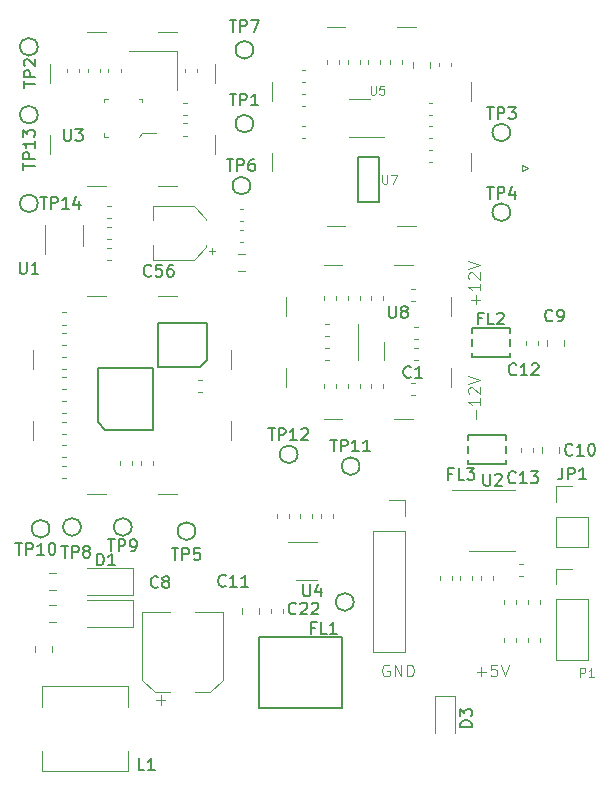
<source format=gto>
G04 #@! TF.GenerationSoftware,KiCad,Pcbnew,(5.1.4)-1*
G04 #@! TF.CreationDate,2019-11-05T17:29:02+01:00*
G04 #@! TF.ProjectId,rf-receiver,72662d72-6563-4656-9976-65722e6b6963,rev?*
G04 #@! TF.SameCoordinates,Original*
G04 #@! TF.FileFunction,Legend,Top*
G04 #@! TF.FilePolarity,Positive*
%FSLAX46Y46*%
G04 Gerber Fmt 4.6, Leading zero omitted, Abs format (unit mm)*
G04 Created by KiCad (PCBNEW (5.1.4)-1) date 2019-11-05 17:29:02*
%MOMM*%
%LPD*%
G04 APERTURE LIST*
%ADD10C,0.125000*%
%ADD11C,0.120000*%
%ADD12C,0.150000*%
%ADD13C,0.100000*%
G04 APERTURE END LIST*
D10*
X121164285Y-113421428D02*
X121926190Y-113421428D01*
X121545238Y-113802380D02*
X121545238Y-113040476D01*
X122878571Y-112802380D02*
X122402380Y-112802380D01*
X122354761Y-113278571D01*
X122402380Y-113230952D01*
X122497619Y-113183333D01*
X122735714Y-113183333D01*
X122830952Y-113230952D01*
X122878571Y-113278571D01*
X122926190Y-113373809D01*
X122926190Y-113611904D01*
X122878571Y-113707142D01*
X122830952Y-113754761D01*
X122735714Y-113802380D01*
X122497619Y-113802380D01*
X122402380Y-113754761D01*
X122354761Y-113707142D01*
X123211904Y-112802380D02*
X123545238Y-113802380D01*
X123878571Y-112802380D01*
X113738095Y-112850000D02*
X113642857Y-112802380D01*
X113500000Y-112802380D01*
X113357142Y-112850000D01*
X113261904Y-112945238D01*
X113214285Y-113040476D01*
X113166666Y-113230952D01*
X113166666Y-113373809D01*
X113214285Y-113564285D01*
X113261904Y-113659523D01*
X113357142Y-113754761D01*
X113500000Y-113802380D01*
X113595238Y-113802380D01*
X113738095Y-113754761D01*
X113785714Y-113707142D01*
X113785714Y-113373809D01*
X113595238Y-113373809D01*
X114214285Y-113802380D02*
X114214285Y-112802380D01*
X114785714Y-113802380D01*
X114785714Y-112802380D01*
X115261904Y-113802380D02*
X115261904Y-112802380D01*
X115500000Y-112802380D01*
X115642857Y-112850000D01*
X115738095Y-112945238D01*
X115785714Y-113040476D01*
X115833333Y-113230952D01*
X115833333Y-113373809D01*
X115785714Y-113564285D01*
X115738095Y-113659523D01*
X115642857Y-113754761D01*
X115500000Y-113802380D01*
X115261904Y-113802380D01*
X121071428Y-92011904D02*
X121071428Y-91250000D01*
X121452380Y-90250000D02*
X121452380Y-90821428D01*
X121452380Y-90535714D02*
X120452380Y-90535714D01*
X120595238Y-90630952D01*
X120690476Y-90726190D01*
X120738095Y-90821428D01*
X120547619Y-89869047D02*
X120500000Y-89821428D01*
X120452380Y-89726190D01*
X120452380Y-89488095D01*
X120500000Y-89392857D01*
X120547619Y-89345238D01*
X120642857Y-89297619D01*
X120738095Y-89297619D01*
X120880952Y-89345238D01*
X121452380Y-89916666D01*
X121452380Y-89297619D01*
X120452380Y-89011904D02*
X121452380Y-88678571D01*
X120452380Y-88345238D01*
X121071428Y-82311904D02*
X121071428Y-81550000D01*
X121452380Y-81930952D02*
X120690476Y-81930952D01*
X121452380Y-80550000D02*
X121452380Y-81121428D01*
X121452380Y-80835714D02*
X120452380Y-80835714D01*
X120595238Y-80930952D01*
X120690476Y-81026190D01*
X120738095Y-81121428D01*
X120547619Y-80169047D02*
X120500000Y-80121428D01*
X120452380Y-80026190D01*
X120452380Y-79788095D01*
X120500000Y-79692857D01*
X120547619Y-79645238D01*
X120642857Y-79597619D01*
X120738095Y-79597619D01*
X120880952Y-79645238D01*
X121452380Y-80216666D01*
X121452380Y-79597619D01*
X120452380Y-79311904D02*
X121452380Y-78978571D01*
X120452380Y-78645238D01*
D11*
X115587221Y-90010000D02*
X115912779Y-90010000D01*
X115587221Y-88990000D02*
X115912779Y-88990000D01*
X119300000Y-115450000D02*
X119300000Y-118600000D01*
X117600000Y-115450000D02*
X117600000Y-118600000D01*
X119300000Y-115450000D02*
X117600000Y-115450000D01*
D12*
X84000000Y-73750000D02*
G75*
G03X84000000Y-73750000I-750000J0D01*
G01*
X84000000Y-66250000D02*
G75*
G03X84000000Y-66250000I-750000J0D01*
G01*
X84000000Y-60500000D02*
G75*
G03X84000000Y-60500000I-750000J0D01*
G01*
X110750000Y-107500000D02*
G75*
G03X110750000Y-107500000I-750000J0D01*
G01*
X106000000Y-95000000D02*
G75*
G03X106000000Y-95000000I-750000J0D01*
G01*
X111250000Y-96000000D02*
G75*
G03X111250000Y-96000000I-750000J0D01*
G01*
X91950000Y-101150000D02*
G75*
G03X91950000Y-101150000I-750000J0D01*
G01*
X87650000Y-101150000D02*
G75*
G03X87650000Y-101150000I-750000J0D01*
G01*
X102250000Y-60750000D02*
G75*
G03X102250000Y-60750000I-750000J0D01*
G01*
X102000000Y-72250000D02*
G75*
G03X102000000Y-72250000I-750000J0D01*
G01*
X97350000Y-101500000D02*
G75*
G03X97350000Y-101500000I-750000J0D01*
G01*
X124000000Y-74500000D02*
G75*
G03X124000000Y-74500000I-750000J0D01*
G01*
X124000000Y-67750000D02*
G75*
G03X124000000Y-67750000I-750000J0D01*
G01*
X102250000Y-67000000D02*
G75*
G03X102250000Y-67000000I-750000J0D01*
G01*
X85000000Y-101300000D02*
G75*
G03X85000000Y-101300000I-750000J0D01*
G01*
D11*
X122500000Y-98040000D02*
X119050000Y-98040000D01*
X122500000Y-98040000D02*
X124450000Y-98040000D01*
X122500000Y-103160000D02*
X120550000Y-103160000D01*
X122500000Y-103160000D02*
X124450000Y-103160000D01*
X84991422Y-109160000D02*
X85508578Y-109160000D01*
X84991422Y-107740000D02*
X85508578Y-107740000D01*
X119110000Y-105612779D02*
X119110000Y-105287221D01*
X118090000Y-105612779D02*
X118090000Y-105287221D01*
X122510000Y-105612779D02*
X122510000Y-105287221D01*
X121490000Y-105612779D02*
X121490000Y-105287221D01*
X120810000Y-105612779D02*
X120810000Y-105287221D01*
X119790000Y-105612779D02*
X119790000Y-105287221D01*
X84991422Y-106460000D02*
X85508578Y-106460000D01*
X84991422Y-105040000D02*
X85508578Y-105040000D01*
X127920000Y-97670000D02*
X129250000Y-97670000D01*
X127920000Y-99000000D02*
X127920000Y-97670000D01*
X127920000Y-100270000D02*
X130580000Y-100270000D01*
X130580000Y-100270000D02*
X130580000Y-102870000D01*
X127920000Y-100270000D02*
X127920000Y-102870000D01*
X127920000Y-102870000D02*
X130580000Y-102870000D01*
X92085000Y-107315000D02*
X88200000Y-107315000D01*
X92085000Y-109585000D02*
X92085000Y-107315000D01*
X88200000Y-109585000D02*
X92085000Y-109585000D01*
X92085000Y-104615000D02*
X88200000Y-104615000D01*
X92085000Y-106885000D02*
X92085000Y-104615000D01*
X88200000Y-106885000D02*
X92085000Y-106885000D01*
X125112779Y-104290000D02*
X124787221Y-104290000D01*
X125112779Y-105310000D02*
X124787221Y-105310000D01*
X91675000Y-114650000D02*
X88000000Y-114650000D01*
X91675000Y-116400000D02*
X91675000Y-114650000D01*
X84325000Y-114650000D02*
X88000000Y-114650000D01*
X84325000Y-116400000D02*
X84325000Y-114650000D01*
X84325000Y-121850000D02*
X88000000Y-121850000D01*
X84325000Y-120100000D02*
X84325000Y-121850000D01*
X91675000Y-121850000D02*
X88000000Y-121850000D01*
X91675000Y-120100000D02*
X91675000Y-121850000D01*
X85210000Y-111758578D02*
X85210000Y-111241422D01*
X83790000Y-111758578D02*
X83790000Y-111241422D01*
D12*
X123650000Y-94900000D02*
X123650000Y-94300000D01*
X123650000Y-93350000D02*
X123650000Y-93750000D01*
X120450000Y-93350000D02*
X123650000Y-93350000D01*
X120450000Y-93750000D02*
X120450000Y-93350000D01*
X120450000Y-94900000D02*
X120450000Y-94300000D01*
X120450000Y-95850000D02*
X120450000Y-95450000D01*
X123650000Y-95850000D02*
X123650000Y-95450000D01*
X120450000Y-95850000D02*
X123650000Y-95850000D01*
X123950000Y-85850000D02*
X123950000Y-85250000D01*
X123950000Y-84300000D02*
X123950000Y-84700000D01*
X120750000Y-84300000D02*
X123950000Y-84300000D01*
X120750000Y-84700000D02*
X120750000Y-84300000D01*
X120750000Y-85850000D02*
X120750000Y-85250000D01*
X120750000Y-86800000D02*
X120750000Y-86400000D01*
X123950000Y-86800000D02*
X123950000Y-86400000D01*
X120750000Y-86800000D02*
X123950000Y-86800000D01*
D11*
X100991422Y-79460000D02*
X101508578Y-79460000D01*
X100991422Y-78040000D02*
X101508578Y-78040000D01*
X104760000Y-108412779D02*
X104760000Y-108087221D01*
X103740000Y-108412779D02*
X103740000Y-108087221D01*
X125910000Y-94762779D02*
X125910000Y-94437221D01*
X124890000Y-94762779D02*
X124890000Y-94437221D01*
X126360000Y-85712779D02*
X126360000Y-85387221D01*
X125340000Y-85712779D02*
X125340000Y-85387221D01*
X102710000Y-108508578D02*
X102710000Y-107991422D01*
X101290000Y-108508578D02*
X101290000Y-107991422D01*
X128110000Y-94858578D02*
X128110000Y-94341422D01*
X126690000Y-94858578D02*
X126690000Y-94341422D01*
X128560000Y-85808578D02*
X128560000Y-85291422D01*
X127140000Y-85808578D02*
X127140000Y-85291422D01*
X94008750Y-115793750D02*
X94796250Y-115793750D01*
X94402500Y-116187500D02*
X94402500Y-115400000D01*
X98595563Y-115160000D02*
X99660000Y-114095563D01*
X93904437Y-115160000D02*
X92840000Y-114095563D01*
X93904437Y-115160000D02*
X95190000Y-115160000D01*
X98595563Y-115160000D02*
X97310000Y-115160000D01*
X99660000Y-114095563D02*
X99660000Y-108340000D01*
X92840000Y-114095563D02*
X92840000Y-108340000D01*
X92840000Y-108340000D02*
X95190000Y-108340000D01*
X99660000Y-108340000D02*
X97310000Y-108340000D01*
D12*
X93800000Y-87700000D02*
X89100000Y-87700000D01*
X89100000Y-92300000D02*
X89690000Y-92900000D01*
X89100000Y-92300000D02*
X89100000Y-87700000D01*
X93800000Y-92900000D02*
X89690000Y-92900000D01*
X93800000Y-87700000D02*
X93800000Y-92900000D01*
X94150000Y-87600000D02*
X94750000Y-87600000D01*
X94150000Y-83900000D02*
X94150000Y-87600000D01*
X94750000Y-83900000D02*
X94150000Y-83900000D01*
X98350000Y-83900000D02*
X97750000Y-83900000D01*
X98350000Y-84500000D02*
X98350000Y-83900000D01*
X97750000Y-87600000D02*
X98350000Y-87000000D01*
X97750000Y-87600000D02*
X94750000Y-87600000D01*
X98350000Y-84500000D02*
X98350000Y-87000000D01*
X94750000Y-83900000D02*
X97750000Y-83900000D01*
X109750000Y-116500000D02*
X109750000Y-110500000D01*
X102750000Y-110500000D02*
X102750000Y-116500000D01*
X109750000Y-110500000D02*
X102750000Y-110500000D01*
X109750000Y-116500000D02*
X102750000Y-116500000D01*
D11*
X98750000Y-78060000D02*
X98750000Y-77560000D01*
X99000000Y-77810000D02*
X98500000Y-77810000D01*
X98260000Y-75054437D02*
X97195563Y-73990000D01*
X98260000Y-77445563D02*
X97195563Y-78510000D01*
X98260000Y-77445563D02*
X98260000Y-77310000D01*
X98260000Y-75054437D02*
X98260000Y-75190000D01*
X97195563Y-73990000D02*
X93740000Y-73990000D01*
X97195563Y-78510000D02*
X93740000Y-78510000D01*
X93740000Y-78510000D02*
X93740000Y-77310000D01*
X93740000Y-73990000D02*
X93740000Y-75190000D01*
X108337221Y-85010000D02*
X108662779Y-85010000D01*
X108337221Y-83990000D02*
X108662779Y-83990000D01*
X89837221Y-78510000D02*
X90162779Y-78510000D01*
X89837221Y-77490000D02*
X90162779Y-77490000D01*
X89837221Y-75010000D02*
X90162779Y-75010000D01*
X89837221Y-73990000D02*
X90162779Y-73990000D01*
X104240000Y-100087221D02*
X104240000Y-100412779D01*
X105260000Y-100087221D02*
X105260000Y-100412779D01*
X108490000Y-61587221D02*
X108490000Y-61912779D01*
X109510000Y-61587221D02*
X109510000Y-61912779D01*
X106337221Y-65510000D02*
X106662779Y-65510000D01*
X106337221Y-64490000D02*
X106662779Y-64490000D01*
X107260000Y-100087221D02*
X107260000Y-100412779D01*
X106240000Y-100087221D02*
X106240000Y-100412779D01*
X116162779Y-84240000D02*
X115837221Y-84240000D01*
X116162779Y-85260000D02*
X115837221Y-85260000D01*
X89800000Y-72250000D02*
X88200000Y-72250000D01*
X89800000Y-59250000D02*
X88200000Y-59250000D01*
X95800000Y-72250000D02*
X94200000Y-72250000D01*
X95800000Y-59250000D02*
X94200000Y-59250000D01*
X85020000Y-67950000D02*
X85020000Y-69550000D01*
X98980000Y-67950000D02*
X98980000Y-69550000D01*
X85020000Y-61950000D02*
X85020000Y-63550000D01*
X98980000Y-61950000D02*
X98980000Y-63550000D01*
X109800000Y-92000000D02*
X108200000Y-92000000D01*
X109800000Y-79000000D02*
X108200000Y-79000000D01*
X115800000Y-92000000D02*
X114200000Y-92000000D01*
X115800000Y-79000000D02*
X114200000Y-79000000D01*
X105020000Y-87700000D02*
X105020000Y-89300000D01*
X118980000Y-87700000D02*
X118980000Y-89300000D01*
X105020000Y-81700000D02*
X105020000Y-83300000D01*
X118980000Y-81700000D02*
X118980000Y-83300000D01*
X83600000Y-87800000D02*
X83600000Y-86200000D01*
X100400000Y-87800000D02*
X100400000Y-86200000D01*
X83600000Y-93800000D02*
X83600000Y-92200000D01*
X100400000Y-93800000D02*
X100400000Y-92200000D01*
X89800000Y-81600000D02*
X88200000Y-81600000D01*
X89800000Y-98400000D02*
X88200000Y-98400000D01*
X95800000Y-81600000D02*
X94200000Y-81600000D01*
X95800000Y-98400000D02*
X94200000Y-98400000D01*
X120650000Y-69450000D02*
X120650000Y-71050000D01*
X103850000Y-69450000D02*
X103850000Y-71050000D01*
X120650000Y-63450000D02*
X120650000Y-65050000D01*
X103850000Y-63450000D02*
X103850000Y-65050000D01*
X114450000Y-75650000D02*
X116050000Y-75650000D01*
X114450000Y-58850000D02*
X116050000Y-58850000D01*
X108450000Y-75650000D02*
X110050000Y-75650000D01*
X108450000Y-58850000D02*
X110050000Y-58850000D01*
X111140000Y-84000000D02*
X111140000Y-87000000D01*
X113360000Y-85500000D02*
X113360000Y-87000000D01*
X113750000Y-98880000D02*
X115080000Y-98880000D01*
X115080000Y-98880000D02*
X115080000Y-100210000D01*
X115080000Y-101480000D02*
X115080000Y-111700000D01*
X112420000Y-111700000D02*
X115080000Y-111700000D01*
X112420000Y-101480000D02*
X112420000Y-111700000D01*
X112420000Y-101480000D02*
X115080000Y-101480000D01*
X95750000Y-60850000D02*
X91750000Y-60850000D01*
X95750000Y-64150000D02*
X95750000Y-60850000D01*
X84640000Y-75600000D02*
X84640000Y-78050000D01*
X87860000Y-77400000D02*
X87860000Y-75600000D01*
X88240000Y-62337221D02*
X88240000Y-62662779D01*
X89260000Y-62337221D02*
X89260000Y-62662779D01*
X86490000Y-62337221D02*
X86490000Y-62662779D01*
X87510000Y-62337221D02*
X87510000Y-62662779D01*
X107990000Y-100087221D02*
X107990000Y-100412779D01*
X109010000Y-100087221D02*
X109010000Y-100412779D01*
X89837221Y-76760000D02*
X90162779Y-76760000D01*
X89837221Y-75740000D02*
X90162779Y-75740000D01*
X96662779Y-65240000D02*
X96337221Y-65240000D01*
X96662779Y-66260000D02*
X96337221Y-66260000D01*
X96337221Y-68010000D02*
X96662779Y-68010000D01*
X96337221Y-66990000D02*
X96662779Y-66990000D01*
X97510000Y-62662779D02*
X97510000Y-62337221D01*
X96490000Y-62662779D02*
X96490000Y-62337221D01*
X89990000Y-62337221D02*
X89990000Y-62662779D01*
X91010000Y-62337221D02*
X91010000Y-62662779D01*
D13*
X92850000Y-67800000D02*
X94050000Y-67800000D01*
X92550000Y-68100000D02*
X92850000Y-67800000D01*
X92850000Y-64900000D02*
X92850000Y-65200000D01*
X92550000Y-64900000D02*
X92850000Y-64900000D01*
X89650000Y-64900000D02*
X89950000Y-64900000D01*
X89650000Y-65200000D02*
X89650000Y-64900000D01*
X89650000Y-68100000D02*
X89650000Y-67800000D01*
X89950000Y-68100000D02*
X89650000Y-68100000D01*
D11*
X115587221Y-82010000D02*
X115912779Y-82010000D01*
X115587221Y-80990000D02*
X115912779Y-80990000D01*
X108337221Y-87010000D02*
X108662779Y-87010000D01*
X108337221Y-85990000D02*
X108662779Y-85990000D01*
X115790000Y-61741422D02*
X115790000Y-62258578D01*
X117210000Y-61741422D02*
X117210000Y-62258578D01*
X110240000Y-89412779D02*
X110240000Y-89087221D01*
X111260000Y-89412779D02*
X111260000Y-89087221D01*
X113260000Y-89412779D02*
X113260000Y-89087221D01*
X112240000Y-89412779D02*
X112240000Y-89087221D01*
X93760000Y-95587221D02*
X93760000Y-95912779D01*
X92740000Y-95587221D02*
X92740000Y-95912779D01*
X106662779Y-67240000D02*
X106337221Y-67240000D01*
X106662779Y-68260000D02*
X106337221Y-68260000D01*
X97587221Y-88740000D02*
X97912779Y-88740000D01*
X97587221Y-89760000D02*
X97912779Y-89760000D01*
X117412779Y-69240000D02*
X117087221Y-69240000D01*
X117412779Y-70260000D02*
X117087221Y-70260000D01*
X106337221Y-62490000D02*
X106662779Y-62490000D01*
X106337221Y-63510000D02*
X106662779Y-63510000D01*
X117990000Y-62162779D02*
X117990000Y-61837221D01*
X119010000Y-62162779D02*
X119010000Y-61837221D01*
X92010000Y-95587221D02*
X92010000Y-95912779D01*
X90990000Y-95587221D02*
X90990000Y-95912779D01*
X86412779Y-92240000D02*
X86087221Y-92240000D01*
X86412779Y-93260000D02*
X86087221Y-93260000D01*
X86412779Y-95260000D02*
X86087221Y-95260000D01*
X86412779Y-94240000D02*
X86087221Y-94240000D01*
X86412779Y-97010000D02*
X86087221Y-97010000D01*
X86412779Y-95990000D02*
X86087221Y-95990000D01*
X110240000Y-61587221D02*
X110240000Y-61912779D01*
X111260000Y-61587221D02*
X111260000Y-61912779D01*
X86412779Y-88490000D02*
X86087221Y-88490000D01*
X86412779Y-89510000D02*
X86087221Y-89510000D01*
X86397779Y-87760000D02*
X86072221Y-87760000D01*
X86397779Y-86740000D02*
X86072221Y-86740000D01*
X86412779Y-84740000D02*
X86087221Y-84740000D01*
X86412779Y-85760000D02*
X86087221Y-85760000D01*
X86412779Y-84010000D02*
X86087221Y-84010000D01*
X86412779Y-82990000D02*
X86087221Y-82990000D01*
X116162779Y-85990000D02*
X115837221Y-85990000D01*
X116162779Y-87010000D02*
X115837221Y-87010000D01*
X111260000Y-81587221D02*
X111260000Y-81912779D01*
X110240000Y-81587221D02*
X110240000Y-81912779D01*
X86412779Y-90490000D02*
X86087221Y-90490000D01*
X86412779Y-91510000D02*
X86087221Y-91510000D01*
X123490000Y-110912779D02*
X123490000Y-110587221D01*
X124510000Y-110912779D02*
X124510000Y-110587221D01*
X123490000Y-107337221D02*
X123490000Y-107662779D01*
X124510000Y-107337221D02*
X124510000Y-107662779D01*
X108240000Y-81587221D02*
X108240000Y-81912779D01*
X109260000Y-81587221D02*
X109260000Y-81912779D01*
X101087221Y-75260000D02*
X101412779Y-75260000D01*
X101087221Y-74240000D02*
X101412779Y-74240000D01*
X101087221Y-75990000D02*
X101412779Y-75990000D01*
X101087221Y-77010000D02*
X101412779Y-77010000D01*
X109260000Y-89412779D02*
X109260000Y-89087221D01*
X108240000Y-89412779D02*
X108240000Y-89087221D01*
X112240000Y-81587221D02*
X112240000Y-81912779D01*
X113260000Y-81587221D02*
X113260000Y-81912779D01*
X114810000Y-61912779D02*
X114810000Y-61587221D01*
X113790000Y-61912779D02*
X113790000Y-61587221D01*
X111990000Y-61587221D02*
X111990000Y-61912779D01*
X113010000Y-61587221D02*
X113010000Y-61912779D01*
X117087221Y-65240000D02*
X117412779Y-65240000D01*
X117087221Y-66260000D02*
X117412779Y-66260000D01*
X126510000Y-107337221D02*
X126510000Y-107662779D01*
X125490000Y-107337221D02*
X125490000Y-107662779D01*
X125490000Y-110587221D02*
X125490000Y-110912779D01*
X126510000Y-110587221D02*
X126510000Y-110912779D01*
X117087221Y-67240000D02*
X117412779Y-67240000D01*
X117087221Y-68260000D02*
X117412779Y-68260000D01*
X125040000Y-71000000D02*
X125540000Y-70750000D01*
X125040000Y-70500000D02*
X125040000Y-71000000D01*
X125540000Y-70750000D02*
X125040000Y-70500000D01*
X105850000Y-105610000D02*
X107650000Y-105610000D01*
X107650000Y-102390000D02*
X105200000Y-102390000D01*
X112150000Y-64890000D02*
X110350000Y-64890000D01*
X110350000Y-68110000D02*
X113300000Y-68110000D01*
X127920000Y-112410000D02*
X130580000Y-112410000D01*
X127920000Y-107270000D02*
X127920000Y-112410000D01*
X130580000Y-107270000D02*
X130580000Y-112410000D01*
X127920000Y-107270000D02*
X130580000Y-107270000D01*
X127920000Y-106000000D02*
X127920000Y-104670000D01*
X127920000Y-104670000D02*
X129250000Y-104670000D01*
D12*
X112900000Y-69850000D02*
X111100000Y-69850000D01*
X112900000Y-73650000D02*
X112900000Y-69850000D01*
X111100000Y-73650000D02*
X112900000Y-73650000D01*
X111100000Y-69850000D02*
X111100000Y-73650000D01*
X115583333Y-88427142D02*
X115535714Y-88474761D01*
X115392857Y-88522380D01*
X115297619Y-88522380D01*
X115154761Y-88474761D01*
X115059523Y-88379523D01*
X115011904Y-88284285D01*
X114964285Y-88093809D01*
X114964285Y-87950952D01*
X115011904Y-87760476D01*
X115059523Y-87665238D01*
X115154761Y-87570000D01*
X115297619Y-87522380D01*
X115392857Y-87522380D01*
X115535714Y-87570000D01*
X115583333Y-87617619D01*
X116535714Y-88522380D02*
X115964285Y-88522380D01*
X116250000Y-88522380D02*
X116250000Y-87522380D01*
X116154761Y-87665238D01*
X116059523Y-87760476D01*
X115964285Y-87808095D01*
X120752380Y-118088095D02*
X119752380Y-118088095D01*
X119752380Y-117850000D01*
X119800000Y-117707142D01*
X119895238Y-117611904D01*
X119990476Y-117564285D01*
X120180952Y-117516666D01*
X120323809Y-117516666D01*
X120514285Y-117564285D01*
X120609523Y-117611904D01*
X120704761Y-117707142D01*
X120752380Y-117850000D01*
X120752380Y-118088095D01*
X119752380Y-117183333D02*
X119752380Y-116564285D01*
X120133333Y-116897619D01*
X120133333Y-116754761D01*
X120180952Y-116659523D01*
X120228571Y-116611904D01*
X120323809Y-116564285D01*
X120561904Y-116564285D01*
X120657142Y-116611904D01*
X120704761Y-116659523D01*
X120752380Y-116754761D01*
X120752380Y-117040476D01*
X120704761Y-117135714D01*
X120657142Y-117183333D01*
X84211904Y-73202380D02*
X84783333Y-73202380D01*
X84497619Y-74202380D02*
X84497619Y-73202380D01*
X85116666Y-74202380D02*
X85116666Y-73202380D01*
X85497619Y-73202380D01*
X85592857Y-73250000D01*
X85640476Y-73297619D01*
X85688095Y-73392857D01*
X85688095Y-73535714D01*
X85640476Y-73630952D01*
X85592857Y-73678571D01*
X85497619Y-73726190D01*
X85116666Y-73726190D01*
X86640476Y-74202380D02*
X86069047Y-74202380D01*
X86354761Y-74202380D02*
X86354761Y-73202380D01*
X86259523Y-73345238D01*
X86164285Y-73440476D01*
X86069047Y-73488095D01*
X87497619Y-73535714D02*
X87497619Y-74202380D01*
X87259523Y-73154761D02*
X87021428Y-73869047D01*
X87640476Y-73869047D01*
X82752380Y-70888095D02*
X82752380Y-70316666D01*
X83752380Y-70602380D02*
X82752380Y-70602380D01*
X83752380Y-69983333D02*
X82752380Y-69983333D01*
X82752380Y-69602380D01*
X82800000Y-69507142D01*
X82847619Y-69459523D01*
X82942857Y-69411904D01*
X83085714Y-69411904D01*
X83180952Y-69459523D01*
X83228571Y-69507142D01*
X83276190Y-69602380D01*
X83276190Y-69983333D01*
X83752380Y-68459523D02*
X83752380Y-69030952D01*
X83752380Y-68745238D02*
X82752380Y-68745238D01*
X82895238Y-68840476D01*
X82990476Y-68935714D01*
X83038095Y-69030952D01*
X82752380Y-68126190D02*
X82752380Y-67507142D01*
X83133333Y-67840476D01*
X83133333Y-67697619D01*
X83180952Y-67602380D01*
X83228571Y-67554761D01*
X83323809Y-67507142D01*
X83561904Y-67507142D01*
X83657142Y-67554761D01*
X83704761Y-67602380D01*
X83752380Y-67697619D01*
X83752380Y-67983333D01*
X83704761Y-68078571D01*
X83657142Y-68126190D01*
X82802380Y-63961904D02*
X82802380Y-63390476D01*
X83802380Y-63676190D02*
X82802380Y-63676190D01*
X83802380Y-63057142D02*
X82802380Y-63057142D01*
X82802380Y-62676190D01*
X82850000Y-62580952D01*
X82897619Y-62533333D01*
X82992857Y-62485714D01*
X83135714Y-62485714D01*
X83230952Y-62533333D01*
X83278571Y-62580952D01*
X83326190Y-62676190D01*
X83326190Y-63057142D01*
X82897619Y-62104761D02*
X82850000Y-62057142D01*
X82802380Y-61961904D01*
X82802380Y-61723809D01*
X82850000Y-61628571D01*
X82897619Y-61580952D01*
X82992857Y-61533333D01*
X83088095Y-61533333D01*
X83230952Y-61580952D01*
X83802380Y-62152380D01*
X83802380Y-61533333D01*
X103511904Y-92802380D02*
X104083333Y-92802380D01*
X103797619Y-93802380D02*
X103797619Y-92802380D01*
X104416666Y-93802380D02*
X104416666Y-92802380D01*
X104797619Y-92802380D01*
X104892857Y-92850000D01*
X104940476Y-92897619D01*
X104988095Y-92992857D01*
X104988095Y-93135714D01*
X104940476Y-93230952D01*
X104892857Y-93278571D01*
X104797619Y-93326190D01*
X104416666Y-93326190D01*
X105940476Y-93802380D02*
X105369047Y-93802380D01*
X105654761Y-93802380D02*
X105654761Y-92802380D01*
X105559523Y-92945238D01*
X105464285Y-93040476D01*
X105369047Y-93088095D01*
X106321428Y-92897619D02*
X106369047Y-92850000D01*
X106464285Y-92802380D01*
X106702380Y-92802380D01*
X106797619Y-92850000D01*
X106845238Y-92897619D01*
X106892857Y-92992857D01*
X106892857Y-93088095D01*
X106845238Y-93230952D01*
X106273809Y-93802380D01*
X106892857Y-93802380D01*
X108761904Y-93752380D02*
X109333333Y-93752380D01*
X109047619Y-94752380D02*
X109047619Y-93752380D01*
X109666666Y-94752380D02*
X109666666Y-93752380D01*
X110047619Y-93752380D01*
X110142857Y-93800000D01*
X110190476Y-93847619D01*
X110238095Y-93942857D01*
X110238095Y-94085714D01*
X110190476Y-94180952D01*
X110142857Y-94228571D01*
X110047619Y-94276190D01*
X109666666Y-94276190D01*
X111190476Y-94752380D02*
X110619047Y-94752380D01*
X110904761Y-94752380D02*
X110904761Y-93752380D01*
X110809523Y-93895238D01*
X110714285Y-93990476D01*
X110619047Y-94038095D01*
X112142857Y-94752380D02*
X111571428Y-94752380D01*
X111857142Y-94752380D02*
X111857142Y-93752380D01*
X111761904Y-93895238D01*
X111666666Y-93990476D01*
X111571428Y-94038095D01*
X89938095Y-102202380D02*
X90509523Y-102202380D01*
X90223809Y-103202380D02*
X90223809Y-102202380D01*
X90842857Y-103202380D02*
X90842857Y-102202380D01*
X91223809Y-102202380D01*
X91319047Y-102250000D01*
X91366666Y-102297619D01*
X91414285Y-102392857D01*
X91414285Y-102535714D01*
X91366666Y-102630952D01*
X91319047Y-102678571D01*
X91223809Y-102726190D01*
X90842857Y-102726190D01*
X91890476Y-103202380D02*
X92080952Y-103202380D01*
X92176190Y-103154761D01*
X92223809Y-103107142D01*
X92319047Y-102964285D01*
X92366666Y-102773809D01*
X92366666Y-102392857D01*
X92319047Y-102297619D01*
X92271428Y-102250000D01*
X92176190Y-102202380D01*
X91985714Y-102202380D01*
X91890476Y-102250000D01*
X91842857Y-102297619D01*
X91795238Y-102392857D01*
X91795238Y-102630952D01*
X91842857Y-102726190D01*
X91890476Y-102773809D01*
X91985714Y-102821428D01*
X92176190Y-102821428D01*
X92271428Y-102773809D01*
X92319047Y-102726190D01*
X92366666Y-102630952D01*
X85988095Y-102752380D02*
X86559523Y-102752380D01*
X86273809Y-103752380D02*
X86273809Y-102752380D01*
X86892857Y-103752380D02*
X86892857Y-102752380D01*
X87273809Y-102752380D01*
X87369047Y-102800000D01*
X87416666Y-102847619D01*
X87464285Y-102942857D01*
X87464285Y-103085714D01*
X87416666Y-103180952D01*
X87369047Y-103228571D01*
X87273809Y-103276190D01*
X86892857Y-103276190D01*
X88035714Y-103180952D02*
X87940476Y-103133333D01*
X87892857Y-103085714D01*
X87845238Y-102990476D01*
X87845238Y-102942857D01*
X87892857Y-102847619D01*
X87940476Y-102800000D01*
X88035714Y-102752380D01*
X88226190Y-102752380D01*
X88321428Y-102800000D01*
X88369047Y-102847619D01*
X88416666Y-102942857D01*
X88416666Y-102990476D01*
X88369047Y-103085714D01*
X88321428Y-103133333D01*
X88226190Y-103180952D01*
X88035714Y-103180952D01*
X87940476Y-103228571D01*
X87892857Y-103276190D01*
X87845238Y-103371428D01*
X87845238Y-103561904D01*
X87892857Y-103657142D01*
X87940476Y-103704761D01*
X88035714Y-103752380D01*
X88226190Y-103752380D01*
X88321428Y-103704761D01*
X88369047Y-103657142D01*
X88416666Y-103561904D01*
X88416666Y-103371428D01*
X88369047Y-103276190D01*
X88321428Y-103228571D01*
X88226190Y-103180952D01*
X100238095Y-58202380D02*
X100809523Y-58202380D01*
X100523809Y-59202380D02*
X100523809Y-58202380D01*
X101142857Y-59202380D02*
X101142857Y-58202380D01*
X101523809Y-58202380D01*
X101619047Y-58250000D01*
X101666666Y-58297619D01*
X101714285Y-58392857D01*
X101714285Y-58535714D01*
X101666666Y-58630952D01*
X101619047Y-58678571D01*
X101523809Y-58726190D01*
X101142857Y-58726190D01*
X102047619Y-58202380D02*
X102714285Y-58202380D01*
X102285714Y-59202380D01*
X99988095Y-70002380D02*
X100559523Y-70002380D01*
X100273809Y-71002380D02*
X100273809Y-70002380D01*
X100892857Y-71002380D02*
X100892857Y-70002380D01*
X101273809Y-70002380D01*
X101369047Y-70050000D01*
X101416666Y-70097619D01*
X101464285Y-70192857D01*
X101464285Y-70335714D01*
X101416666Y-70430952D01*
X101369047Y-70478571D01*
X101273809Y-70526190D01*
X100892857Y-70526190D01*
X102321428Y-70002380D02*
X102130952Y-70002380D01*
X102035714Y-70050000D01*
X101988095Y-70097619D01*
X101892857Y-70240476D01*
X101845238Y-70430952D01*
X101845238Y-70811904D01*
X101892857Y-70907142D01*
X101940476Y-70954761D01*
X102035714Y-71002380D01*
X102226190Y-71002380D01*
X102321428Y-70954761D01*
X102369047Y-70907142D01*
X102416666Y-70811904D01*
X102416666Y-70573809D01*
X102369047Y-70478571D01*
X102321428Y-70430952D01*
X102226190Y-70383333D01*
X102035714Y-70383333D01*
X101940476Y-70430952D01*
X101892857Y-70478571D01*
X101845238Y-70573809D01*
X95338095Y-102952380D02*
X95909523Y-102952380D01*
X95623809Y-103952380D02*
X95623809Y-102952380D01*
X96242857Y-103952380D02*
X96242857Y-102952380D01*
X96623809Y-102952380D01*
X96719047Y-103000000D01*
X96766666Y-103047619D01*
X96814285Y-103142857D01*
X96814285Y-103285714D01*
X96766666Y-103380952D01*
X96719047Y-103428571D01*
X96623809Y-103476190D01*
X96242857Y-103476190D01*
X97719047Y-102952380D02*
X97242857Y-102952380D01*
X97195238Y-103428571D01*
X97242857Y-103380952D01*
X97338095Y-103333333D01*
X97576190Y-103333333D01*
X97671428Y-103380952D01*
X97719047Y-103428571D01*
X97766666Y-103523809D01*
X97766666Y-103761904D01*
X97719047Y-103857142D01*
X97671428Y-103904761D01*
X97576190Y-103952380D01*
X97338095Y-103952380D01*
X97242857Y-103904761D01*
X97195238Y-103857142D01*
X122038095Y-72352380D02*
X122609523Y-72352380D01*
X122323809Y-73352380D02*
X122323809Y-72352380D01*
X122942857Y-73352380D02*
X122942857Y-72352380D01*
X123323809Y-72352380D01*
X123419047Y-72400000D01*
X123466666Y-72447619D01*
X123514285Y-72542857D01*
X123514285Y-72685714D01*
X123466666Y-72780952D01*
X123419047Y-72828571D01*
X123323809Y-72876190D01*
X122942857Y-72876190D01*
X124371428Y-72685714D02*
X124371428Y-73352380D01*
X124133333Y-72304761D02*
X123895238Y-73019047D01*
X124514285Y-73019047D01*
X122038095Y-65602380D02*
X122609523Y-65602380D01*
X122323809Y-66602380D02*
X122323809Y-65602380D01*
X122942857Y-66602380D02*
X122942857Y-65602380D01*
X123323809Y-65602380D01*
X123419047Y-65650000D01*
X123466666Y-65697619D01*
X123514285Y-65792857D01*
X123514285Y-65935714D01*
X123466666Y-66030952D01*
X123419047Y-66078571D01*
X123323809Y-66126190D01*
X122942857Y-66126190D01*
X123847619Y-65602380D02*
X124466666Y-65602380D01*
X124133333Y-65983333D01*
X124276190Y-65983333D01*
X124371428Y-66030952D01*
X124419047Y-66078571D01*
X124466666Y-66173809D01*
X124466666Y-66411904D01*
X124419047Y-66507142D01*
X124371428Y-66554761D01*
X124276190Y-66602380D01*
X123990476Y-66602380D01*
X123895238Y-66554761D01*
X123847619Y-66507142D01*
X100238095Y-64452380D02*
X100809523Y-64452380D01*
X100523809Y-65452380D02*
X100523809Y-64452380D01*
X101142857Y-65452380D02*
X101142857Y-64452380D01*
X101523809Y-64452380D01*
X101619047Y-64500000D01*
X101666666Y-64547619D01*
X101714285Y-64642857D01*
X101714285Y-64785714D01*
X101666666Y-64880952D01*
X101619047Y-64928571D01*
X101523809Y-64976190D01*
X101142857Y-64976190D01*
X102666666Y-65452380D02*
X102095238Y-65452380D01*
X102380952Y-65452380D02*
X102380952Y-64452380D01*
X102285714Y-64595238D01*
X102190476Y-64690476D01*
X102095238Y-64738095D01*
X82111904Y-102502380D02*
X82683333Y-102502380D01*
X82397619Y-103502380D02*
X82397619Y-102502380D01*
X83016666Y-103502380D02*
X83016666Y-102502380D01*
X83397619Y-102502380D01*
X83492857Y-102550000D01*
X83540476Y-102597619D01*
X83588095Y-102692857D01*
X83588095Y-102835714D01*
X83540476Y-102930952D01*
X83492857Y-102978571D01*
X83397619Y-103026190D01*
X83016666Y-103026190D01*
X84540476Y-103502380D02*
X83969047Y-103502380D01*
X84254761Y-103502380D02*
X84254761Y-102502380D01*
X84159523Y-102645238D01*
X84064285Y-102740476D01*
X83969047Y-102788095D01*
X85159523Y-102502380D02*
X85254761Y-102502380D01*
X85350000Y-102550000D01*
X85397619Y-102597619D01*
X85445238Y-102692857D01*
X85492857Y-102883333D01*
X85492857Y-103121428D01*
X85445238Y-103311904D01*
X85397619Y-103407142D01*
X85350000Y-103454761D01*
X85254761Y-103502380D01*
X85159523Y-103502380D01*
X85064285Y-103454761D01*
X85016666Y-103407142D01*
X84969047Y-103311904D01*
X84921428Y-103121428D01*
X84921428Y-102883333D01*
X84969047Y-102692857D01*
X85016666Y-102597619D01*
X85064285Y-102550000D01*
X85159523Y-102502380D01*
X121738095Y-96652380D02*
X121738095Y-97461904D01*
X121785714Y-97557142D01*
X121833333Y-97604761D01*
X121928571Y-97652380D01*
X122119047Y-97652380D01*
X122214285Y-97604761D01*
X122261904Y-97557142D01*
X122309523Y-97461904D01*
X122309523Y-96652380D01*
X122738095Y-96747619D02*
X122785714Y-96700000D01*
X122880952Y-96652380D01*
X123119047Y-96652380D01*
X123214285Y-96700000D01*
X123261904Y-96747619D01*
X123309523Y-96842857D01*
X123309523Y-96938095D01*
X123261904Y-97080952D01*
X122690476Y-97652380D01*
X123309523Y-97652380D01*
X128416666Y-96122380D02*
X128416666Y-96836666D01*
X128369047Y-96979523D01*
X128273809Y-97074761D01*
X128130952Y-97122380D01*
X128035714Y-97122380D01*
X128892857Y-97122380D02*
X128892857Y-96122380D01*
X129273809Y-96122380D01*
X129369047Y-96170000D01*
X129416666Y-96217619D01*
X129464285Y-96312857D01*
X129464285Y-96455714D01*
X129416666Y-96550952D01*
X129369047Y-96598571D01*
X129273809Y-96646190D01*
X128892857Y-96646190D01*
X130416666Y-97122380D02*
X129845238Y-97122380D01*
X130130952Y-97122380D02*
X130130952Y-96122380D01*
X130035714Y-96265238D01*
X129940476Y-96360476D01*
X129845238Y-96408095D01*
X89011904Y-104402380D02*
X89011904Y-103402380D01*
X89250000Y-103402380D01*
X89392857Y-103450000D01*
X89488095Y-103545238D01*
X89535714Y-103640476D01*
X89583333Y-103830952D01*
X89583333Y-103973809D01*
X89535714Y-104164285D01*
X89488095Y-104259523D01*
X89392857Y-104354761D01*
X89250000Y-104402380D01*
X89011904Y-104402380D01*
X90535714Y-104402380D02*
X89964285Y-104402380D01*
X90250000Y-104402380D02*
X90250000Y-103402380D01*
X90154761Y-103545238D01*
X90059523Y-103640476D01*
X89964285Y-103688095D01*
X93033333Y-121752380D02*
X92557142Y-121752380D01*
X92557142Y-120752380D01*
X93890476Y-121752380D02*
X93319047Y-121752380D01*
X93604761Y-121752380D02*
X93604761Y-120752380D01*
X93509523Y-120895238D01*
X93414285Y-120990476D01*
X93319047Y-121038095D01*
X119111904Y-96628571D02*
X118778571Y-96628571D01*
X118778571Y-97152380D02*
X118778571Y-96152380D01*
X119254761Y-96152380D01*
X120111904Y-97152380D02*
X119635714Y-97152380D01*
X119635714Y-96152380D01*
X120350000Y-96152380D02*
X120969047Y-96152380D01*
X120635714Y-96533333D01*
X120778571Y-96533333D01*
X120873809Y-96580952D01*
X120921428Y-96628571D01*
X120969047Y-96723809D01*
X120969047Y-96961904D01*
X120921428Y-97057142D01*
X120873809Y-97104761D01*
X120778571Y-97152380D01*
X120492857Y-97152380D01*
X120397619Y-97104761D01*
X120350000Y-97057142D01*
X121611904Y-83478571D02*
X121278571Y-83478571D01*
X121278571Y-84002380D02*
X121278571Y-83002380D01*
X121754761Y-83002380D01*
X122611904Y-84002380D02*
X122135714Y-84002380D01*
X122135714Y-83002380D01*
X122897619Y-83097619D02*
X122945238Y-83050000D01*
X123040476Y-83002380D01*
X123278571Y-83002380D01*
X123373809Y-83050000D01*
X123421428Y-83097619D01*
X123469047Y-83192857D01*
X123469047Y-83288095D01*
X123421428Y-83430952D01*
X122850000Y-84002380D01*
X123469047Y-84002380D01*
X105857142Y-108457142D02*
X105809523Y-108504761D01*
X105666666Y-108552380D01*
X105571428Y-108552380D01*
X105428571Y-108504761D01*
X105333333Y-108409523D01*
X105285714Y-108314285D01*
X105238095Y-108123809D01*
X105238095Y-107980952D01*
X105285714Y-107790476D01*
X105333333Y-107695238D01*
X105428571Y-107600000D01*
X105571428Y-107552380D01*
X105666666Y-107552380D01*
X105809523Y-107600000D01*
X105857142Y-107647619D01*
X106238095Y-107647619D02*
X106285714Y-107600000D01*
X106380952Y-107552380D01*
X106619047Y-107552380D01*
X106714285Y-107600000D01*
X106761904Y-107647619D01*
X106809523Y-107742857D01*
X106809523Y-107838095D01*
X106761904Y-107980952D01*
X106190476Y-108552380D01*
X106809523Y-108552380D01*
X107190476Y-107647619D02*
X107238095Y-107600000D01*
X107333333Y-107552380D01*
X107571428Y-107552380D01*
X107666666Y-107600000D01*
X107714285Y-107647619D01*
X107761904Y-107742857D01*
X107761904Y-107838095D01*
X107714285Y-107980952D01*
X107142857Y-108552380D01*
X107761904Y-108552380D01*
X124457142Y-97357142D02*
X124409523Y-97404761D01*
X124266666Y-97452380D01*
X124171428Y-97452380D01*
X124028571Y-97404761D01*
X123933333Y-97309523D01*
X123885714Y-97214285D01*
X123838095Y-97023809D01*
X123838095Y-96880952D01*
X123885714Y-96690476D01*
X123933333Y-96595238D01*
X124028571Y-96500000D01*
X124171428Y-96452380D01*
X124266666Y-96452380D01*
X124409523Y-96500000D01*
X124457142Y-96547619D01*
X125409523Y-97452380D02*
X124838095Y-97452380D01*
X125123809Y-97452380D02*
X125123809Y-96452380D01*
X125028571Y-96595238D01*
X124933333Y-96690476D01*
X124838095Y-96738095D01*
X125742857Y-96452380D02*
X126361904Y-96452380D01*
X126028571Y-96833333D01*
X126171428Y-96833333D01*
X126266666Y-96880952D01*
X126314285Y-96928571D01*
X126361904Y-97023809D01*
X126361904Y-97261904D01*
X126314285Y-97357142D01*
X126266666Y-97404761D01*
X126171428Y-97452380D01*
X125885714Y-97452380D01*
X125790476Y-97404761D01*
X125742857Y-97357142D01*
X124507142Y-88207142D02*
X124459523Y-88254761D01*
X124316666Y-88302380D01*
X124221428Y-88302380D01*
X124078571Y-88254761D01*
X123983333Y-88159523D01*
X123935714Y-88064285D01*
X123888095Y-87873809D01*
X123888095Y-87730952D01*
X123935714Y-87540476D01*
X123983333Y-87445238D01*
X124078571Y-87350000D01*
X124221428Y-87302380D01*
X124316666Y-87302380D01*
X124459523Y-87350000D01*
X124507142Y-87397619D01*
X125459523Y-88302380D02*
X124888095Y-88302380D01*
X125173809Y-88302380D02*
X125173809Y-87302380D01*
X125078571Y-87445238D01*
X124983333Y-87540476D01*
X124888095Y-87588095D01*
X125840476Y-87397619D02*
X125888095Y-87350000D01*
X125983333Y-87302380D01*
X126221428Y-87302380D01*
X126316666Y-87350000D01*
X126364285Y-87397619D01*
X126411904Y-87492857D01*
X126411904Y-87588095D01*
X126364285Y-87730952D01*
X125792857Y-88302380D01*
X126411904Y-88302380D01*
X99907142Y-106107142D02*
X99859523Y-106154761D01*
X99716666Y-106202380D01*
X99621428Y-106202380D01*
X99478571Y-106154761D01*
X99383333Y-106059523D01*
X99335714Y-105964285D01*
X99288095Y-105773809D01*
X99288095Y-105630952D01*
X99335714Y-105440476D01*
X99383333Y-105345238D01*
X99478571Y-105250000D01*
X99621428Y-105202380D01*
X99716666Y-105202380D01*
X99859523Y-105250000D01*
X99907142Y-105297619D01*
X100859523Y-106202380D02*
X100288095Y-106202380D01*
X100573809Y-106202380D02*
X100573809Y-105202380D01*
X100478571Y-105345238D01*
X100383333Y-105440476D01*
X100288095Y-105488095D01*
X101811904Y-106202380D02*
X101240476Y-106202380D01*
X101526190Y-106202380D02*
X101526190Y-105202380D01*
X101430952Y-105345238D01*
X101335714Y-105440476D01*
X101240476Y-105488095D01*
X129257142Y-95007142D02*
X129209523Y-95054761D01*
X129066666Y-95102380D01*
X128971428Y-95102380D01*
X128828571Y-95054761D01*
X128733333Y-94959523D01*
X128685714Y-94864285D01*
X128638095Y-94673809D01*
X128638095Y-94530952D01*
X128685714Y-94340476D01*
X128733333Y-94245238D01*
X128828571Y-94150000D01*
X128971428Y-94102380D01*
X129066666Y-94102380D01*
X129209523Y-94150000D01*
X129257142Y-94197619D01*
X130209523Y-95102380D02*
X129638095Y-95102380D01*
X129923809Y-95102380D02*
X129923809Y-94102380D01*
X129828571Y-94245238D01*
X129733333Y-94340476D01*
X129638095Y-94388095D01*
X130828571Y-94102380D02*
X130923809Y-94102380D01*
X131019047Y-94150000D01*
X131066666Y-94197619D01*
X131114285Y-94292857D01*
X131161904Y-94483333D01*
X131161904Y-94721428D01*
X131114285Y-94911904D01*
X131066666Y-95007142D01*
X131019047Y-95054761D01*
X130923809Y-95102380D01*
X130828571Y-95102380D01*
X130733333Y-95054761D01*
X130685714Y-95007142D01*
X130638095Y-94911904D01*
X130590476Y-94721428D01*
X130590476Y-94483333D01*
X130638095Y-94292857D01*
X130685714Y-94197619D01*
X130733333Y-94150000D01*
X130828571Y-94102380D01*
X127583333Y-83657142D02*
X127535714Y-83704761D01*
X127392857Y-83752380D01*
X127297619Y-83752380D01*
X127154761Y-83704761D01*
X127059523Y-83609523D01*
X127011904Y-83514285D01*
X126964285Y-83323809D01*
X126964285Y-83180952D01*
X127011904Y-82990476D01*
X127059523Y-82895238D01*
X127154761Y-82800000D01*
X127297619Y-82752380D01*
X127392857Y-82752380D01*
X127535714Y-82800000D01*
X127583333Y-82847619D01*
X128059523Y-83752380D02*
X128250000Y-83752380D01*
X128345238Y-83704761D01*
X128392857Y-83657142D01*
X128488095Y-83514285D01*
X128535714Y-83323809D01*
X128535714Y-82942857D01*
X128488095Y-82847619D01*
X128440476Y-82800000D01*
X128345238Y-82752380D01*
X128154761Y-82752380D01*
X128059523Y-82800000D01*
X128011904Y-82847619D01*
X127964285Y-82942857D01*
X127964285Y-83180952D01*
X128011904Y-83276190D01*
X128059523Y-83323809D01*
X128154761Y-83371428D01*
X128345238Y-83371428D01*
X128440476Y-83323809D01*
X128488095Y-83276190D01*
X128535714Y-83180952D01*
X94183333Y-106207142D02*
X94135714Y-106254761D01*
X93992857Y-106302380D01*
X93897619Y-106302380D01*
X93754761Y-106254761D01*
X93659523Y-106159523D01*
X93611904Y-106064285D01*
X93564285Y-105873809D01*
X93564285Y-105730952D01*
X93611904Y-105540476D01*
X93659523Y-105445238D01*
X93754761Y-105350000D01*
X93897619Y-105302380D01*
X93992857Y-105302380D01*
X94135714Y-105350000D01*
X94183333Y-105397619D01*
X94754761Y-105730952D02*
X94659523Y-105683333D01*
X94611904Y-105635714D01*
X94564285Y-105540476D01*
X94564285Y-105492857D01*
X94611904Y-105397619D01*
X94659523Y-105350000D01*
X94754761Y-105302380D01*
X94945238Y-105302380D01*
X95040476Y-105350000D01*
X95088095Y-105397619D01*
X95135714Y-105492857D01*
X95135714Y-105540476D01*
X95088095Y-105635714D01*
X95040476Y-105683333D01*
X94945238Y-105730952D01*
X94754761Y-105730952D01*
X94659523Y-105778571D01*
X94611904Y-105826190D01*
X94564285Y-105921428D01*
X94564285Y-106111904D01*
X94611904Y-106207142D01*
X94659523Y-106254761D01*
X94754761Y-106302380D01*
X94945238Y-106302380D01*
X95040476Y-106254761D01*
X95088095Y-106207142D01*
X95135714Y-106111904D01*
X95135714Y-105921428D01*
X95088095Y-105826190D01*
X95040476Y-105778571D01*
X94945238Y-105730952D01*
X107461904Y-109678571D02*
X107128571Y-109678571D01*
X107128571Y-110202380D02*
X107128571Y-109202380D01*
X107604761Y-109202380D01*
X108461904Y-110202380D02*
X107985714Y-110202380D01*
X107985714Y-109202380D01*
X109319047Y-110202380D02*
X108747619Y-110202380D01*
X109033333Y-110202380D02*
X109033333Y-109202380D01*
X108938095Y-109345238D01*
X108842857Y-109440476D01*
X108747619Y-109488095D01*
X93607142Y-79857142D02*
X93559523Y-79904761D01*
X93416666Y-79952380D01*
X93321428Y-79952380D01*
X93178571Y-79904761D01*
X93083333Y-79809523D01*
X93035714Y-79714285D01*
X92988095Y-79523809D01*
X92988095Y-79380952D01*
X93035714Y-79190476D01*
X93083333Y-79095238D01*
X93178571Y-79000000D01*
X93321428Y-78952380D01*
X93416666Y-78952380D01*
X93559523Y-79000000D01*
X93607142Y-79047619D01*
X94511904Y-78952380D02*
X94035714Y-78952380D01*
X93988095Y-79428571D01*
X94035714Y-79380952D01*
X94130952Y-79333333D01*
X94369047Y-79333333D01*
X94464285Y-79380952D01*
X94511904Y-79428571D01*
X94559523Y-79523809D01*
X94559523Y-79761904D01*
X94511904Y-79857142D01*
X94464285Y-79904761D01*
X94369047Y-79952380D01*
X94130952Y-79952380D01*
X94035714Y-79904761D01*
X93988095Y-79857142D01*
X95416666Y-78952380D02*
X95226190Y-78952380D01*
X95130952Y-79000000D01*
X95083333Y-79047619D01*
X94988095Y-79190476D01*
X94940476Y-79380952D01*
X94940476Y-79761904D01*
X94988095Y-79857142D01*
X95035714Y-79904761D01*
X95130952Y-79952380D01*
X95321428Y-79952380D01*
X95416666Y-79904761D01*
X95464285Y-79857142D01*
X95511904Y-79761904D01*
X95511904Y-79523809D01*
X95464285Y-79428571D01*
X95416666Y-79380952D01*
X95321428Y-79333333D01*
X95130952Y-79333333D01*
X95035714Y-79380952D01*
X94988095Y-79428571D01*
X94940476Y-79523809D01*
X113738095Y-82452380D02*
X113738095Y-83261904D01*
X113785714Y-83357142D01*
X113833333Y-83404761D01*
X113928571Y-83452380D01*
X114119047Y-83452380D01*
X114214285Y-83404761D01*
X114261904Y-83357142D01*
X114309523Y-83261904D01*
X114309523Y-82452380D01*
X114928571Y-82880952D02*
X114833333Y-82833333D01*
X114785714Y-82785714D01*
X114738095Y-82690476D01*
X114738095Y-82642857D01*
X114785714Y-82547619D01*
X114833333Y-82500000D01*
X114928571Y-82452380D01*
X115119047Y-82452380D01*
X115214285Y-82500000D01*
X115261904Y-82547619D01*
X115309523Y-82642857D01*
X115309523Y-82690476D01*
X115261904Y-82785714D01*
X115214285Y-82833333D01*
X115119047Y-82880952D01*
X114928571Y-82880952D01*
X114833333Y-82928571D01*
X114785714Y-82976190D01*
X114738095Y-83071428D01*
X114738095Y-83261904D01*
X114785714Y-83357142D01*
X114833333Y-83404761D01*
X114928571Y-83452380D01*
X115119047Y-83452380D01*
X115214285Y-83404761D01*
X115261904Y-83357142D01*
X115309523Y-83261904D01*
X115309523Y-83071428D01*
X115261904Y-82976190D01*
X115214285Y-82928571D01*
X115119047Y-82880952D01*
X82488095Y-78702380D02*
X82488095Y-79511904D01*
X82535714Y-79607142D01*
X82583333Y-79654761D01*
X82678571Y-79702380D01*
X82869047Y-79702380D01*
X82964285Y-79654761D01*
X83011904Y-79607142D01*
X83059523Y-79511904D01*
X83059523Y-78702380D01*
X84059523Y-79702380D02*
X83488095Y-79702380D01*
X83773809Y-79702380D02*
X83773809Y-78702380D01*
X83678571Y-78845238D01*
X83583333Y-78940476D01*
X83488095Y-78988095D01*
X86238095Y-67452380D02*
X86238095Y-68261904D01*
X86285714Y-68357142D01*
X86333333Y-68404761D01*
X86428571Y-68452380D01*
X86619047Y-68452380D01*
X86714285Y-68404761D01*
X86761904Y-68357142D01*
X86809523Y-68261904D01*
X86809523Y-67452380D01*
X87190476Y-67452380D02*
X87809523Y-67452380D01*
X87476190Y-67833333D01*
X87619047Y-67833333D01*
X87714285Y-67880952D01*
X87761904Y-67928571D01*
X87809523Y-68023809D01*
X87809523Y-68261904D01*
X87761904Y-68357142D01*
X87714285Y-68404761D01*
X87619047Y-68452380D01*
X87333333Y-68452380D01*
X87238095Y-68404761D01*
X87190476Y-68357142D01*
X106488095Y-106002380D02*
X106488095Y-106811904D01*
X106535714Y-106907142D01*
X106583333Y-106954761D01*
X106678571Y-107002380D01*
X106869047Y-107002380D01*
X106964285Y-106954761D01*
X107011904Y-106907142D01*
X107059523Y-106811904D01*
X107059523Y-106002380D01*
X107964285Y-106335714D02*
X107964285Y-107002380D01*
X107726190Y-105954761D02*
X107488095Y-106669047D01*
X108107142Y-106669047D01*
D10*
X112178571Y-63789285D02*
X112178571Y-64396428D01*
X112214285Y-64467857D01*
X112250000Y-64503571D01*
X112321428Y-64539285D01*
X112464285Y-64539285D01*
X112535714Y-64503571D01*
X112571428Y-64467857D01*
X112607142Y-64396428D01*
X112607142Y-63789285D01*
X113321428Y-63789285D02*
X112964285Y-63789285D01*
X112928571Y-64146428D01*
X112964285Y-64110714D01*
X113035714Y-64075000D01*
X113214285Y-64075000D01*
X113285714Y-64110714D01*
X113321428Y-64146428D01*
X113357142Y-64217857D01*
X113357142Y-64396428D01*
X113321428Y-64467857D01*
X113285714Y-64503571D01*
X113214285Y-64539285D01*
X113035714Y-64539285D01*
X112964285Y-64503571D01*
X112928571Y-64467857D01*
X129946428Y-113839285D02*
X129946428Y-113089285D01*
X130232142Y-113089285D01*
X130303571Y-113125000D01*
X130339285Y-113160714D01*
X130375000Y-113232142D01*
X130375000Y-113339285D01*
X130339285Y-113410714D01*
X130303571Y-113446428D01*
X130232142Y-113482142D01*
X129946428Y-113482142D01*
X131089285Y-113839285D02*
X130660714Y-113839285D01*
X130875000Y-113839285D02*
X130875000Y-113089285D01*
X130803571Y-113196428D01*
X130732142Y-113267857D01*
X130660714Y-113303571D01*
X113178571Y-71339285D02*
X113178571Y-71946428D01*
X113214285Y-72017857D01*
X113250000Y-72053571D01*
X113321428Y-72089285D01*
X113464285Y-72089285D01*
X113535714Y-72053571D01*
X113571428Y-72017857D01*
X113607142Y-71946428D01*
X113607142Y-71339285D01*
X113892857Y-71339285D02*
X114392857Y-71339285D01*
X114071428Y-72089285D01*
M02*

</source>
